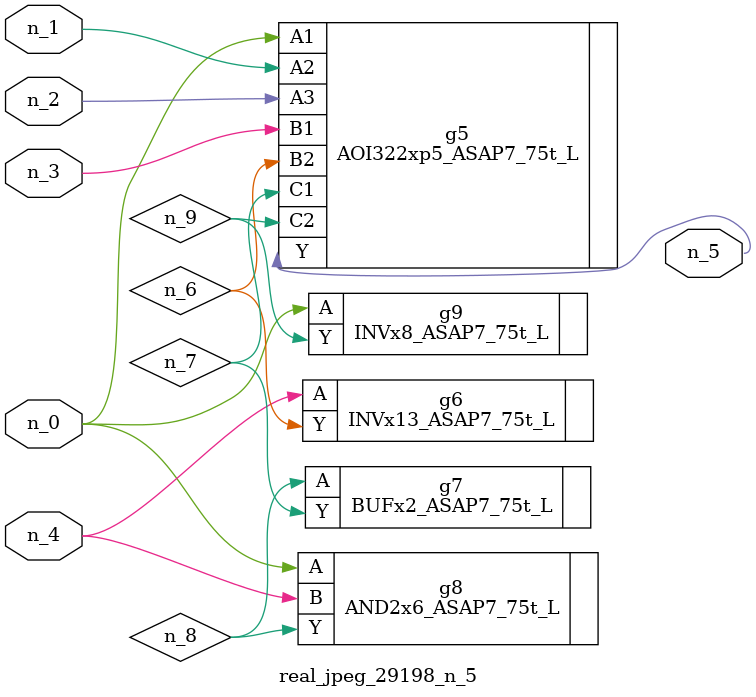
<source format=v>
module real_jpeg_29198_n_5 (n_4, n_0, n_1, n_2, n_3, n_5);

input n_4;
input n_0;
input n_1;
input n_2;
input n_3;

output n_5;

wire n_8;
wire n_6;
wire n_7;
wire n_9;

AOI322xp5_ASAP7_75t_L g5 ( 
.A1(n_0),
.A2(n_1),
.A3(n_2),
.B1(n_3),
.B2(n_6),
.C1(n_7),
.C2(n_9),
.Y(n_5)
);

AND2x6_ASAP7_75t_L g8 ( 
.A(n_0),
.B(n_4),
.Y(n_8)
);

INVx8_ASAP7_75t_L g9 ( 
.A(n_0),
.Y(n_9)
);

INVx13_ASAP7_75t_L g6 ( 
.A(n_4),
.Y(n_6)
);

BUFx2_ASAP7_75t_L g7 ( 
.A(n_8),
.Y(n_7)
);


endmodule
</source>
